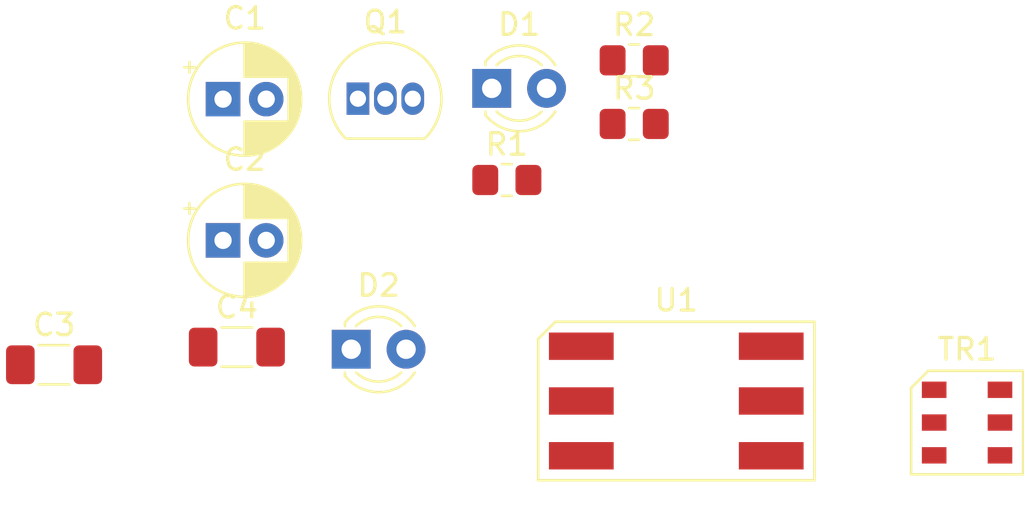
<source format=kicad_pcb>
(kicad_pcb (version 20171130) (host pcbnew 5.1.4+dfsg1-1~bpo10+1)

  (general
    (thickness 1.6)
    (drawings 0)
    (tracks 0)
    (zones 0)
    (modules 12)
    (nets 11)
  )

  (page A4)
  (layers
    (0 F.Cu signal)
    (31 B.Cu signal)
    (32 B.Adhes user)
    (33 F.Adhes user)
    (34 B.Paste user)
    (35 F.Paste user)
    (36 B.SilkS user)
    (37 F.SilkS user)
    (38 B.Mask user)
    (39 F.Mask user)
    (40 Dwgs.User user)
    (41 Cmts.User user)
    (42 Eco1.User user)
    (43 Eco2.User user)
    (44 Edge.Cuts user)
    (45 Margin user)
    (46 B.CrtYd user)
    (47 F.CrtYd user)
    (48 B.Fab user)
    (49 F.Fab user)
  )

  (setup
    (last_trace_width 0.25)
    (trace_clearance 0.2)
    (zone_clearance 0.508)
    (zone_45_only no)
    (trace_min 0.2)
    (via_size 0.8)
    (via_drill 0.4)
    (via_min_size 0.4)
    (via_min_drill 0.3)
    (uvia_size 0.3)
    (uvia_drill 0.1)
    (uvias_allowed no)
    (uvia_min_size 0.2)
    (uvia_min_drill 0.1)
    (edge_width 0.05)
    (segment_width 0.2)
    (pcb_text_width 0.3)
    (pcb_text_size 1.5 1.5)
    (mod_edge_width 0.12)
    (mod_text_size 1 1)
    (mod_text_width 0.15)
    (pad_size 1.524 1.524)
    (pad_drill 0.762)
    (pad_to_mask_clearance 0.051)
    (solder_mask_min_width 0.25)
    (aux_axis_origin 0 0)
    (visible_elements FFFFFF7F)
    (pcbplotparams
      (layerselection 0x010fc_ffffffff)
      (usegerberextensions false)
      (usegerberattributes false)
      (usegerberadvancedattributes false)
      (creategerberjobfile false)
      (excludeedgelayer true)
      (linewidth 0.100000)
      (plotframeref false)
      (viasonmask false)
      (mode 1)
      (useauxorigin false)
      (hpglpennumber 1)
      (hpglpenspeed 20)
      (hpglpendiameter 15.000000)
      (psnegative false)
      (psa4output false)
      (plotreference true)
      (plotvalue true)
      (plotinvisibletext false)
      (padsonsilk false)
      (subtractmaskfromsilk false)
      (outputformat 1)
      (mirror false)
      (drillshape 1)
      (scaleselection 1)
      (outputdirectory ""))
  )

  (net 0 "")
  (net 1 GND)
  (net 2 "Net-(C1-Pad1)")
  (net 3 "Net-(C2-Pad1)")
  (net 4 "Net-(D1-Pad1)")
  (net 5 "Net-(Q1-Pad1)")
  (net 6 "Net-(R2-Pad2)")
  (net 7 "Net-(R3-Pad2)")
  (net 8 "Net-(TR1-Pad4)")
  (net 9 "Net-(TR1-Pad5)")
  (net 10 "Net-(U1-Pad1)")

  (net_class Default "This is the default net class."
    (clearance 0.2)
    (trace_width 0.25)
    (via_dia 0.8)
    (via_drill 0.4)
    (uvia_dia 0.3)
    (uvia_drill 0.1)
    (add_net GND)
    (add_net "Net-(C1-Pad1)")
    (add_net "Net-(C2-Pad1)")
    (add_net "Net-(D1-Pad1)")
    (add_net "Net-(Q1-Pad1)")
    (add_net "Net-(R2-Pad2)")
    (add_net "Net-(R3-Pad2)")
    (add_net "Net-(TR1-Pad4)")
    (add_net "Net-(TR1-Pad5)")
    (add_net "Net-(U1-Pad1)")
  )

  (module saw-osc-622:VS-500 (layer F.Cu) (tedit 0) (tstamp 6053E5B1)
    (at 121 50 270)
    (path /6053A3CC)
    (attr smd)
    (fp_text reference U1 (at -4.675 0) (layer F.SilkS)
      (effects (font (size 1 1) (thickness 0.15)))
    )
    (fp_text value VS-500 (at 0 0 90) (layer F.Fab)
      (effects (font (size 1 1) (thickness 0.15)))
    )
    (fp_line (start -3.42 6.15) (end -3.42 -6.15) (layer F.CrtYd) (width 0.05))
    (fp_line (start 3.42 6.15) (end -3.42 6.15) (layer F.CrtYd) (width 0.05))
    (fp_line (start 3.42 -6.15) (end 3.42 6.15) (layer F.CrtYd) (width 0.05))
    (fp_line (start -3.42 -6.15) (end 3.42 -6.15) (layer F.CrtYd) (width 0.05))
    (fp_line (start 3.675 6.4) (end -2.875 6.4) (layer F.SilkS) (width 0.12))
    (fp_line (start 3.675 -6.4) (end 3.675 6.4) (layer F.SilkS) (width 0.12))
    (fp_line (start -3.675 -6.4) (end 3.675 -6.4) (layer F.SilkS) (width 0.12))
    (fp_line (start -3.675 5.6) (end -3.675 -6.4) (layer F.SilkS) (width 0.12))
    (fp_line (start -2.875 6.4) (end -3.675 5.6) (layer F.SilkS) (width 0.12))
    (pad 3 smd rect (at 2.54 4.4 270) (size 1.27 3) (layers F.Cu F.Paste F.Mask)
      (net 1 GND))
    (pad 4 smd rect (at 2.54 -4.4 270) (size 1.27 3) (layers F.Cu F.Paste F.Mask)
      (net 6 "Net-(R2-Pad2)"))
    (pad 2 smd rect (at 0 4.4 270) (size 1.27 3) (layers F.Cu F.Paste F.Mask)
      (net 3 "Net-(C2-Pad1)"))
    (pad 5 smd rect (at 0 -4.4 270) (size 1.27 3) (layers F.Cu F.Paste F.Mask)
      (net 7 "Net-(R3-Pad2)"))
    (pad 1 smd rect (at -2.54 4.4 270) (size 1.27 3) (layers F.Cu F.Paste F.Mask)
      (net 10 "Net-(U1-Pad1)"))
    (pad 6 smd rect (at -2.54 -4.4 270) (size 1.27 3) (layers F.Cu F.Paste F.Mask)
      (net 3 "Net-(C2-Pad1)"))
  )

  (module saw-osc-622:WBC1-1LB (layer F.Cu) (tedit 0) (tstamp 6053E59E)
    (at 134.475 51 270)
    (path /6053A793)
    (attr smd)
    (fp_text reference TR1 (at -3.4 0) (layer F.SilkS)
      (effects (font (size 1 1) (thickness 0.15)))
    )
    (fp_text value WBC1-1LB (at 0 0 90) (layer F.Fab)
      (effects (font (size 1 1) (thickness 0.15)))
    )
    (fp_line (start -2.15 2.34) (end -2.15 -2.34) (layer F.CrtYd) (width 0.05))
    (fp_line (start 2.15 2.34) (end -2.15 2.34) (layer F.CrtYd) (width 0.05))
    (fp_line (start 2.15 -2.34) (end 2.15 2.34) (layer F.CrtYd) (width 0.05))
    (fp_line (start -2.15 -2.34) (end 2.15 -2.34) (layer F.CrtYd) (width 0.05))
    (fp_line (start 2.4 2.595) (end -1.6 2.595) (layer F.SilkS) (width 0.12))
    (fp_line (start 2.4 -2.595) (end 2.4 2.595) (layer F.SilkS) (width 0.12))
    (fp_line (start -2.4 -2.595) (end 2.4 -2.595) (layer F.SilkS) (width 0.12))
    (fp_line (start -2.4 1.795) (end -2.4 -2.595) (layer F.SilkS) (width 0.12))
    (fp_line (start -1.6 2.595) (end -2.4 1.795) (layer F.SilkS) (width 0.12))
    (pad 3 smd rect (at 1.52 1.525 270) (size 0.76 1.14) (layers F.Cu F.Paste F.Mask)
      (net 7 "Net-(R3-Pad2)"))
    (pad 4 smd rect (at 1.52 -1.525 270) (size 0.76 1.14) (layers F.Cu F.Paste F.Mask)
      (net 8 "Net-(TR1-Pad4)"))
    (pad 2 smd rect (at 0 1.525 270) (size 0.76 1.14) (layers F.Cu F.Paste F.Mask)
      (net 1 GND))
    (pad 5 smd rect (at 0 -1.525 270) (size 0.76 1.14) (layers F.Cu F.Paste F.Mask)
      (net 9 "Net-(TR1-Pad5)"))
    (pad 1 smd rect (at -1.52 1.525 270) (size 0.76 1.14) (layers F.Cu F.Paste F.Mask)
      (net 6 "Net-(R2-Pad2)"))
    (pad 6 smd rect (at -1.52 -1.525 270) (size 0.76 1.14) (layers F.Cu F.Paste F.Mask)
      (net 1 GND))
  )

  (module Resistor_SMD:R_0805_2012Metric_Pad1.20x1.40mm_HandSolder (layer F.Cu) (tedit 5F68FEEE) (tstamp 6053E58B)
    (at 119.050225 37.15)
    (descr "Resistor SMD 0805 (2012 Metric), square (rectangular) end terminal, IPC_7351 nominal with elongated pad for handsoldering. (Body size source: IPC-SM-782 page 72, https://www.pcb-3d.com/wordpress/wp-content/uploads/ipc-sm-782a_amendment_1_and_2.pdf), generated with kicad-footprint-generator")
    (tags "resistor handsolder")
    (path /6053B879)
    (attr smd)
    (fp_text reference R3 (at 0 -1.65) (layer F.SilkS)
      (effects (font (size 1 1) (thickness 0.15)))
    )
    (fp_text value R (at 0 1.65) (layer F.Fab)
      (effects (font (size 1 1) (thickness 0.15)))
    )
    (fp_text user %R (at 0 0) (layer F.Fab)
      (effects (font (size 0.5 0.5) (thickness 0.08)))
    )
    (fp_line (start 1.85 0.95) (end -1.85 0.95) (layer F.CrtYd) (width 0.05))
    (fp_line (start 1.85 -0.95) (end 1.85 0.95) (layer F.CrtYd) (width 0.05))
    (fp_line (start -1.85 -0.95) (end 1.85 -0.95) (layer F.CrtYd) (width 0.05))
    (fp_line (start -1.85 0.95) (end -1.85 -0.95) (layer F.CrtYd) (width 0.05))
    (fp_line (start -0.227064 0.735) (end 0.227064 0.735) (layer F.SilkS) (width 0.12))
    (fp_line (start -0.227064 -0.735) (end 0.227064 -0.735) (layer F.SilkS) (width 0.12))
    (fp_line (start 1 0.625) (end -1 0.625) (layer F.Fab) (width 0.1))
    (fp_line (start 1 -0.625) (end 1 0.625) (layer F.Fab) (width 0.1))
    (fp_line (start -1 -0.625) (end 1 -0.625) (layer F.Fab) (width 0.1))
    (fp_line (start -1 0.625) (end -1 -0.625) (layer F.Fab) (width 0.1))
    (pad 2 smd roundrect (at 1 0) (size 1.2 1.4) (layers F.Cu F.Paste F.Mask) (roundrect_rratio 0.208333)
      (net 7 "Net-(R3-Pad2)"))
    (pad 1 smd roundrect (at -1 0) (size 1.2 1.4) (layers F.Cu F.Paste F.Mask) (roundrect_rratio 0.208333)
      (net 1 GND))
    (model ${KISYS3DMOD}/Resistor_SMD.3dshapes/R_0805_2012Metric.wrl
      (at (xyz 0 0 0))
      (scale (xyz 1 1 1))
      (rotate (xyz 0 0 0))
    )
  )

  (module Resistor_SMD:R_0805_2012Metric_Pad1.20x1.40mm_HandSolder (layer F.Cu) (tedit 5F68FEEE) (tstamp 6053E57A)
    (at 119.050225 34.2)
    (descr "Resistor SMD 0805 (2012 Metric), square (rectangular) end terminal, IPC_7351 nominal with elongated pad for handsoldering. (Body size source: IPC-SM-782 page 72, https://www.pcb-3d.com/wordpress/wp-content/uploads/ipc-sm-782a_amendment_1_and_2.pdf), generated with kicad-footprint-generator")
    (tags "resistor handsolder")
    (path /6053B1AF)
    (attr smd)
    (fp_text reference R2 (at 0 -1.65) (layer F.SilkS)
      (effects (font (size 1 1) (thickness 0.15)))
    )
    (fp_text value R (at 0 1.65) (layer F.Fab)
      (effects (font (size 1 1) (thickness 0.15)))
    )
    (fp_text user %R (at 0 0) (layer F.Fab)
      (effects (font (size 0.5 0.5) (thickness 0.08)))
    )
    (fp_line (start 1.85 0.95) (end -1.85 0.95) (layer F.CrtYd) (width 0.05))
    (fp_line (start 1.85 -0.95) (end 1.85 0.95) (layer F.CrtYd) (width 0.05))
    (fp_line (start -1.85 -0.95) (end 1.85 -0.95) (layer F.CrtYd) (width 0.05))
    (fp_line (start -1.85 0.95) (end -1.85 -0.95) (layer F.CrtYd) (width 0.05))
    (fp_line (start -0.227064 0.735) (end 0.227064 0.735) (layer F.SilkS) (width 0.12))
    (fp_line (start -0.227064 -0.735) (end 0.227064 -0.735) (layer F.SilkS) (width 0.12))
    (fp_line (start 1 0.625) (end -1 0.625) (layer F.Fab) (width 0.1))
    (fp_line (start 1 -0.625) (end 1 0.625) (layer F.Fab) (width 0.1))
    (fp_line (start -1 -0.625) (end 1 -0.625) (layer F.Fab) (width 0.1))
    (fp_line (start -1 0.625) (end -1 -0.625) (layer F.Fab) (width 0.1))
    (pad 2 smd roundrect (at 1 0) (size 1.2 1.4) (layers F.Cu F.Paste F.Mask) (roundrect_rratio 0.208333)
      (net 6 "Net-(R2-Pad2)"))
    (pad 1 smd roundrect (at -1 0) (size 1.2 1.4) (layers F.Cu F.Paste F.Mask) (roundrect_rratio 0.208333)
      (net 1 GND))
    (model ${KISYS3DMOD}/Resistor_SMD.3dshapes/R_0805_2012Metric.wrl
      (at (xyz 0 0 0))
      (scale (xyz 1 1 1))
      (rotate (xyz 0 0 0))
    )
  )

  (module Resistor_SMD:R_0805_2012Metric_Pad1.20x1.40mm_HandSolder (layer F.Cu) (tedit 5F68FEEE) (tstamp 6053E569)
    (at 113.150225 39.75)
    (descr "Resistor SMD 0805 (2012 Metric), square (rectangular) end terminal, IPC_7351 nominal with elongated pad for handsoldering. (Body size source: IPC-SM-782 page 72, https://www.pcb-3d.com/wordpress/wp-content/uploads/ipc-sm-782a_amendment_1_and_2.pdf), generated with kicad-footprint-generator")
    (tags "resistor handsolder")
    (path /6053BBCF)
    (attr smd)
    (fp_text reference R1 (at 0 -1.65) (layer F.SilkS)
      (effects (font (size 1 1) (thickness 0.15)))
    )
    (fp_text value R (at 0 1.65) (layer F.Fab)
      (effects (font (size 1 1) (thickness 0.15)))
    )
    (fp_text user %R (at 0 0) (layer F.Fab)
      (effects (font (size 0.5 0.5) (thickness 0.08)))
    )
    (fp_line (start 1.85 0.95) (end -1.85 0.95) (layer F.CrtYd) (width 0.05))
    (fp_line (start 1.85 -0.95) (end 1.85 0.95) (layer F.CrtYd) (width 0.05))
    (fp_line (start -1.85 -0.95) (end 1.85 -0.95) (layer F.CrtYd) (width 0.05))
    (fp_line (start -1.85 0.95) (end -1.85 -0.95) (layer F.CrtYd) (width 0.05))
    (fp_line (start -0.227064 0.735) (end 0.227064 0.735) (layer F.SilkS) (width 0.12))
    (fp_line (start -0.227064 -0.735) (end 0.227064 -0.735) (layer F.SilkS) (width 0.12))
    (fp_line (start 1 0.625) (end -1 0.625) (layer F.Fab) (width 0.1))
    (fp_line (start 1 -0.625) (end 1 0.625) (layer F.Fab) (width 0.1))
    (fp_line (start -1 -0.625) (end 1 -0.625) (layer F.Fab) (width 0.1))
    (fp_line (start -1 0.625) (end -1 -0.625) (layer F.Fab) (width 0.1))
    (pad 2 smd roundrect (at 1 0) (size 1.2 1.4) (layers F.Cu F.Paste F.Mask) (roundrect_rratio 0.208333)
      (net 5 "Net-(Q1-Pad1)"))
    (pad 1 smd roundrect (at -1 0) (size 1.2 1.4) (layers F.Cu F.Paste F.Mask) (roundrect_rratio 0.208333)
      (net 2 "Net-(C1-Pad1)"))
    (model ${KISYS3DMOD}/Resistor_SMD.3dshapes/R_0805_2012Metric.wrl
      (at (xyz 0 0 0))
      (scale (xyz 1 1 1))
      (rotate (xyz 0 0 0))
    )
  )

  (module Package_TO_SOT_THT:TO-92_Inline (layer F.Cu) (tedit 5A1DD157) (tstamp 6053E558)
    (at 106.250225 35.98)
    (descr "TO-92 leads in-line, narrow, oval pads, drill 0.75mm (see NXP sot054_po.pdf)")
    (tags "to-92 sc-43 sc-43a sot54 PA33 transistor")
    (path /6054104C)
    (fp_text reference Q1 (at 1.27 -3.56) (layer F.SilkS)
      (effects (font (size 1 1) (thickness 0.15)))
    )
    (fp_text value BC548 (at 1.27 2.79) (layer F.Fab)
      (effects (font (size 1 1) (thickness 0.15)))
    )
    (fp_arc (start 1.27 0) (end 1.27 -2.6) (angle 135) (layer F.SilkS) (width 0.12))
    (fp_arc (start 1.27 0) (end 1.27 -2.48) (angle -135) (layer F.Fab) (width 0.1))
    (fp_arc (start 1.27 0) (end 1.27 -2.6) (angle -135) (layer F.SilkS) (width 0.12))
    (fp_arc (start 1.27 0) (end 1.27 -2.48) (angle 135) (layer F.Fab) (width 0.1))
    (fp_line (start 4 2.01) (end -1.46 2.01) (layer F.CrtYd) (width 0.05))
    (fp_line (start 4 2.01) (end 4 -2.73) (layer F.CrtYd) (width 0.05))
    (fp_line (start -1.46 -2.73) (end -1.46 2.01) (layer F.CrtYd) (width 0.05))
    (fp_line (start -1.46 -2.73) (end 4 -2.73) (layer F.CrtYd) (width 0.05))
    (fp_line (start -0.5 1.75) (end 3 1.75) (layer F.Fab) (width 0.1))
    (fp_line (start -0.53 1.85) (end 3.07 1.85) (layer F.SilkS) (width 0.12))
    (fp_text user %R (at 1.27 0) (layer F.Fab)
      (effects (font (size 1 1) (thickness 0.15)))
    )
    (pad 1 thru_hole rect (at 0 0) (size 1.05 1.5) (drill 0.75) (layers *.Cu *.Mask)
      (net 5 "Net-(Q1-Pad1)"))
    (pad 3 thru_hole oval (at 2.54 0) (size 1.05 1.5) (drill 0.75) (layers *.Cu *.Mask)
      (net 3 "Net-(C2-Pad1)"))
    (pad 2 thru_hole oval (at 1.27 0) (size 1.05 1.5) (drill 0.75) (layers *.Cu *.Mask)
      (net 2 "Net-(C1-Pad1)"))
    (model ${KISYS3DMOD}/Package_TO_SOT_THT.3dshapes/TO-92_Inline.wrl
      (at (xyz 0 0 0))
      (scale (xyz 1 1 1))
      (rotate (xyz 0 0 0))
    )
  )

  (module LED_THT:LED_D3.0mm (layer F.Cu) (tedit 587A3A7B) (tstamp 6053E546)
    (at 105.940225 47.6)
    (descr "LED, diameter 3.0mm, 2 pins")
    (tags "LED diameter 3.0mm 2 pins")
    (path /60541A4F)
    (fp_text reference D2 (at 1.27 -2.96) (layer F.SilkS)
      (effects (font (size 1 1) (thickness 0.15)))
    )
    (fp_text value LED (at 1.27 2.96) (layer F.Fab)
      (effects (font (size 1 1) (thickness 0.15)))
    )
    (fp_line (start 3.7 -2.25) (end -1.15 -2.25) (layer F.CrtYd) (width 0.05))
    (fp_line (start 3.7 2.25) (end 3.7 -2.25) (layer F.CrtYd) (width 0.05))
    (fp_line (start -1.15 2.25) (end 3.7 2.25) (layer F.CrtYd) (width 0.05))
    (fp_line (start -1.15 -2.25) (end -1.15 2.25) (layer F.CrtYd) (width 0.05))
    (fp_line (start -0.29 1.08) (end -0.29 1.236) (layer F.SilkS) (width 0.12))
    (fp_line (start -0.29 -1.236) (end -0.29 -1.08) (layer F.SilkS) (width 0.12))
    (fp_line (start -0.23 -1.16619) (end -0.23 1.16619) (layer F.Fab) (width 0.1))
    (fp_circle (center 1.27 0) (end 2.77 0) (layer F.Fab) (width 0.1))
    (fp_arc (start 1.27 0) (end 0.229039 1.08) (angle -87.9) (layer F.SilkS) (width 0.12))
    (fp_arc (start 1.27 0) (end 0.229039 -1.08) (angle 87.9) (layer F.SilkS) (width 0.12))
    (fp_arc (start 1.27 0) (end -0.29 1.235516) (angle -108.8) (layer F.SilkS) (width 0.12))
    (fp_arc (start 1.27 0) (end -0.29 -1.235516) (angle 108.8) (layer F.SilkS) (width 0.12))
    (fp_arc (start 1.27 0) (end -0.23 -1.16619) (angle 284.3) (layer F.Fab) (width 0.1))
    (pad 2 thru_hole circle (at 2.54 0) (size 1.8 1.8) (drill 0.9) (layers *.Cu *.Mask)
      (net 4 "Net-(D1-Pad1)"))
    (pad 1 thru_hole rect (at 0 0) (size 1.8 1.8) (drill 0.9) (layers *.Cu *.Mask)
      (net 1 GND))
    (model ${KISYS3DMOD}/LED_THT.3dshapes/LED_D3.0mm.wrl
      (at (xyz 0 0 0))
      (scale (xyz 1 1 1))
      (rotate (xyz 0 0 0))
    )
  )

  (module LED_THT:LED_D3.0mm (layer F.Cu) (tedit 587A3A7B) (tstamp 6053E533)
    (at 112.450225 35.5)
    (descr "LED, diameter 3.0mm, 2 pins")
    (tags "LED diameter 3.0mm 2 pins")
    (path /6054207D)
    (fp_text reference D1 (at 1.27 -2.96) (layer F.SilkS)
      (effects (font (size 1 1) (thickness 0.15)))
    )
    (fp_text value LED (at 1.27 2.96) (layer F.Fab)
      (effects (font (size 1 1) (thickness 0.15)))
    )
    (fp_line (start 3.7 -2.25) (end -1.15 -2.25) (layer F.CrtYd) (width 0.05))
    (fp_line (start 3.7 2.25) (end 3.7 -2.25) (layer F.CrtYd) (width 0.05))
    (fp_line (start -1.15 2.25) (end 3.7 2.25) (layer F.CrtYd) (width 0.05))
    (fp_line (start -1.15 -2.25) (end -1.15 2.25) (layer F.CrtYd) (width 0.05))
    (fp_line (start -0.29 1.08) (end -0.29 1.236) (layer F.SilkS) (width 0.12))
    (fp_line (start -0.29 -1.236) (end -0.29 -1.08) (layer F.SilkS) (width 0.12))
    (fp_line (start -0.23 -1.16619) (end -0.23 1.16619) (layer F.Fab) (width 0.1))
    (fp_circle (center 1.27 0) (end 2.77 0) (layer F.Fab) (width 0.1))
    (fp_arc (start 1.27 0) (end 0.229039 1.08) (angle -87.9) (layer F.SilkS) (width 0.12))
    (fp_arc (start 1.27 0) (end 0.229039 -1.08) (angle 87.9) (layer F.SilkS) (width 0.12))
    (fp_arc (start 1.27 0) (end -0.29 1.235516) (angle -108.8) (layer F.SilkS) (width 0.12))
    (fp_arc (start 1.27 0) (end -0.29 -1.235516) (angle 108.8) (layer F.SilkS) (width 0.12))
    (fp_arc (start 1.27 0) (end -0.23 -1.16619) (angle 284.3) (layer F.Fab) (width 0.1))
    (pad 2 thru_hole circle (at 2.54 0) (size 1.8 1.8) (drill 0.9) (layers *.Cu *.Mask)
      (net 2 "Net-(C1-Pad1)"))
    (pad 1 thru_hole rect (at 0 0) (size 1.8 1.8) (drill 0.9) (layers *.Cu *.Mask)
      (net 4 "Net-(D1-Pad1)"))
    (model ${KISYS3DMOD}/LED_THT.3dshapes/LED_D3.0mm.wrl
      (at (xyz 0 0 0))
      (scale (xyz 1 1 1))
      (rotate (xyz 0 0 0))
    )
  )

  (module Capacitor_SMD:C_1206_3216Metric_Pad1.33x1.80mm_HandSolder (layer F.Cu) (tedit 5F68FEEF) (tstamp 6053E520)
    (at 100.640225 47.5)
    (descr "Capacitor SMD 1206 (3216 Metric), square (rectangular) end terminal, IPC_7351 nominal with elongated pad for handsoldering. (Body size source: IPC-SM-782 page 76, https://www.pcb-3d.com/wordpress/wp-content/uploads/ipc-sm-782a_amendment_1_and_2.pdf), generated with kicad-footprint-generator")
    (tags "capacitor handsolder")
    (path /6053CCDB)
    (attr smd)
    (fp_text reference C4 (at 0 -1.85) (layer F.SilkS)
      (effects (font (size 1 1) (thickness 0.15)))
    )
    (fp_text value C (at 0 1.85) (layer F.Fab)
      (effects (font (size 1 1) (thickness 0.15)))
    )
    (fp_text user %R (at 0 0) (layer F.Fab)
      (effects (font (size 0.8 0.8) (thickness 0.12)))
    )
    (fp_line (start 2.48 1.15) (end -2.48 1.15) (layer F.CrtYd) (width 0.05))
    (fp_line (start 2.48 -1.15) (end 2.48 1.15) (layer F.CrtYd) (width 0.05))
    (fp_line (start -2.48 -1.15) (end 2.48 -1.15) (layer F.CrtYd) (width 0.05))
    (fp_line (start -2.48 1.15) (end -2.48 -1.15) (layer F.CrtYd) (width 0.05))
    (fp_line (start -0.711252 0.91) (end 0.711252 0.91) (layer F.SilkS) (width 0.12))
    (fp_line (start -0.711252 -0.91) (end 0.711252 -0.91) (layer F.SilkS) (width 0.12))
    (fp_line (start 1.6 0.8) (end -1.6 0.8) (layer F.Fab) (width 0.1))
    (fp_line (start 1.6 -0.8) (end 1.6 0.8) (layer F.Fab) (width 0.1))
    (fp_line (start -1.6 -0.8) (end 1.6 -0.8) (layer F.Fab) (width 0.1))
    (fp_line (start -1.6 0.8) (end -1.6 -0.8) (layer F.Fab) (width 0.1))
    (pad 2 smd roundrect (at 1.5625 0) (size 1.325 1.8) (layers F.Cu F.Paste F.Mask) (roundrect_rratio 0.188679)
      (net 3 "Net-(C2-Pad1)"))
    (pad 1 smd roundrect (at -1.5625 0) (size 1.325 1.8) (layers F.Cu F.Paste F.Mask) (roundrect_rratio 0.188679)
      (net 1 GND))
    (model ${KISYS3DMOD}/Capacitor_SMD.3dshapes/C_1206_3216Metric.wrl
      (at (xyz 0 0 0))
      (scale (xyz 1 1 1))
      (rotate (xyz 0 0 0))
    )
  )

  (module Capacitor_SMD:C_1206_3216Metric_Pad1.33x1.80mm_HandSolder (layer F.Cu) (tedit 5F68FEEF) (tstamp 6053E50F)
    (at 92.170225 48.32)
    (descr "Capacitor SMD 1206 (3216 Metric), square (rectangular) end terminal, IPC_7351 nominal with elongated pad for handsoldering. (Body size source: IPC-SM-782 page 76, https://www.pcb-3d.com/wordpress/wp-content/uploads/ipc-sm-782a_amendment_1_and_2.pdf), generated with kicad-footprint-generator")
    (tags "capacitor handsolder")
    (path /6053C0E6)
    (attr smd)
    (fp_text reference C3 (at 0 -1.85) (layer F.SilkS)
      (effects (font (size 1 1) (thickness 0.15)))
    )
    (fp_text value C (at 0 1.85) (layer F.Fab)
      (effects (font (size 1 1) (thickness 0.15)))
    )
    (fp_text user %R (at 0 0) (layer F.Fab)
      (effects (font (size 0.8 0.8) (thickness 0.12)))
    )
    (fp_line (start 2.48 1.15) (end -2.48 1.15) (layer F.CrtYd) (width 0.05))
    (fp_line (start 2.48 -1.15) (end 2.48 1.15) (layer F.CrtYd) (width 0.05))
    (fp_line (start -2.48 -1.15) (end 2.48 -1.15) (layer F.CrtYd) (width 0.05))
    (fp_line (start -2.48 1.15) (end -2.48 -1.15) (layer F.CrtYd) (width 0.05))
    (fp_line (start -0.711252 0.91) (end 0.711252 0.91) (layer F.SilkS) (width 0.12))
    (fp_line (start -0.711252 -0.91) (end 0.711252 -0.91) (layer F.SilkS) (width 0.12))
    (fp_line (start 1.6 0.8) (end -1.6 0.8) (layer F.Fab) (width 0.1))
    (fp_line (start 1.6 -0.8) (end 1.6 0.8) (layer F.Fab) (width 0.1))
    (fp_line (start -1.6 -0.8) (end 1.6 -0.8) (layer F.Fab) (width 0.1))
    (fp_line (start -1.6 0.8) (end -1.6 -0.8) (layer F.Fab) (width 0.1))
    (pad 2 smd roundrect (at 1.5625 0) (size 1.325 1.8) (layers F.Cu F.Paste F.Mask) (roundrect_rratio 0.188679)
      (net 3 "Net-(C2-Pad1)"))
    (pad 1 smd roundrect (at -1.5625 0) (size 1.325 1.8) (layers F.Cu F.Paste F.Mask) (roundrect_rratio 0.188679)
      (net 1 GND))
    (model ${KISYS3DMOD}/Capacitor_SMD.3dshapes/C_1206_3216Metric.wrl
      (at (xyz 0 0 0))
      (scale (xyz 1 1 1))
      (rotate (xyz 0 0 0))
    )
  )

  (module Capacitor_THT:CP_Radial_D5.0mm_P2.00mm (layer F.Cu) (tedit 5AE50EF0) (tstamp 6053E4FE)
    (at 100 42.55)
    (descr "CP, Radial series, Radial, pin pitch=2.00mm, , diameter=5mm, Electrolytic Capacitor")
    (tags "CP Radial series Radial pin pitch 2.00mm  diameter 5mm Electrolytic Capacitor")
    (path /6054289D)
    (fp_text reference C2 (at 1 -3.75) (layer F.SilkS)
      (effects (font (size 1 1) (thickness 0.15)))
    )
    (fp_text value CP (at 1 3.75) (layer F.Fab)
      (effects (font (size 1 1) (thickness 0.15)))
    )
    (fp_text user %R (at 1 0) (layer F.Fab)
      (effects (font (size 1 1) (thickness 0.15)))
    )
    (fp_line (start -1.554775 -1.725) (end -1.554775 -1.225) (layer F.SilkS) (width 0.12))
    (fp_line (start -1.804775 -1.475) (end -1.304775 -1.475) (layer F.SilkS) (width 0.12))
    (fp_line (start 3.601 -0.284) (end 3.601 0.284) (layer F.SilkS) (width 0.12))
    (fp_line (start 3.561 -0.518) (end 3.561 0.518) (layer F.SilkS) (width 0.12))
    (fp_line (start 3.521 -0.677) (end 3.521 0.677) (layer F.SilkS) (width 0.12))
    (fp_line (start 3.481 -0.805) (end 3.481 0.805) (layer F.SilkS) (width 0.12))
    (fp_line (start 3.441 -0.915) (end 3.441 0.915) (layer F.SilkS) (width 0.12))
    (fp_line (start 3.401 -1.011) (end 3.401 1.011) (layer F.SilkS) (width 0.12))
    (fp_line (start 3.361 -1.098) (end 3.361 1.098) (layer F.SilkS) (width 0.12))
    (fp_line (start 3.321 -1.178) (end 3.321 1.178) (layer F.SilkS) (width 0.12))
    (fp_line (start 3.281 -1.251) (end 3.281 1.251) (layer F.SilkS) (width 0.12))
    (fp_line (start 3.241 -1.319) (end 3.241 1.319) (layer F.SilkS) (width 0.12))
    (fp_line (start 3.201 -1.383) (end 3.201 1.383) (layer F.SilkS) (width 0.12))
    (fp_line (start 3.161 -1.443) (end 3.161 1.443) (layer F.SilkS) (width 0.12))
    (fp_line (start 3.121 -1.5) (end 3.121 1.5) (layer F.SilkS) (width 0.12))
    (fp_line (start 3.081 -1.554) (end 3.081 1.554) (layer F.SilkS) (width 0.12))
    (fp_line (start 3.041 -1.605) (end 3.041 1.605) (layer F.SilkS) (width 0.12))
    (fp_line (start 3.001 1.04) (end 3.001 1.653) (layer F.SilkS) (width 0.12))
    (fp_line (start 3.001 -1.653) (end 3.001 -1.04) (layer F.SilkS) (width 0.12))
    (fp_line (start 2.961 1.04) (end 2.961 1.699) (layer F.SilkS) (width 0.12))
    (fp_line (start 2.961 -1.699) (end 2.961 -1.04) (layer F.SilkS) (width 0.12))
    (fp_line (start 2.921 1.04) (end 2.921 1.743) (layer F.SilkS) (width 0.12))
    (fp_line (start 2.921 -1.743) (end 2.921 -1.04) (layer F.SilkS) (width 0.12))
    (fp_line (start 2.881 1.04) (end 2.881 1.785) (layer F.SilkS) (width 0.12))
    (fp_line (start 2.881 -1.785) (end 2.881 -1.04) (layer F.SilkS) (width 0.12))
    (fp_line (start 2.841 1.04) (end 2.841 1.826) (layer F.SilkS) (width 0.12))
    (fp_line (start 2.841 -1.826) (end 2.841 -1.04) (layer F.SilkS) (width 0.12))
    (fp_line (start 2.801 1.04) (end 2.801 1.864) (layer F.SilkS) (width 0.12))
    (fp_line (start 2.801 -1.864) (end 2.801 -1.04) (layer F.SilkS) (width 0.12))
    (fp_line (start 2.761 1.04) (end 2.761 1.901) (layer F.SilkS) (width 0.12))
    (fp_line (start 2.761 -1.901) (end 2.761 -1.04) (layer F.SilkS) (width 0.12))
    (fp_line (start 2.721 1.04) (end 2.721 1.937) (layer F.SilkS) (width 0.12))
    (fp_line (start 2.721 -1.937) (end 2.721 -1.04) (layer F.SilkS) (width 0.12))
    (fp_line (start 2.681 1.04) (end 2.681 1.971) (layer F.SilkS) (width 0.12))
    (fp_line (start 2.681 -1.971) (end 2.681 -1.04) (layer F.SilkS) (width 0.12))
    (fp_line (start 2.641 1.04) (end 2.641 2.004) (layer F.SilkS) (width 0.12))
    (fp_line (start 2.641 -2.004) (end 2.641 -1.04) (layer F.SilkS) (width 0.12))
    (fp_line (start 2.601 1.04) (end 2.601 2.035) (layer F.SilkS) (width 0.12))
    (fp_line (start 2.601 -2.035) (end 2.601 -1.04) (layer F.SilkS) (width 0.12))
    (fp_line (start 2.561 1.04) (end 2.561 2.065) (layer F.SilkS) (width 0.12))
    (fp_line (start 2.561 -2.065) (end 2.561 -1.04) (layer F.SilkS) (width 0.12))
    (fp_line (start 2.521 1.04) (end 2.521 2.095) (layer F.SilkS) (width 0.12))
    (fp_line (start 2.521 -2.095) (end 2.521 -1.04) (layer F.SilkS) (width 0.12))
    (fp_line (start 2.481 1.04) (end 2.481 2.122) (layer F.SilkS) (width 0.12))
    (fp_line (start 2.481 -2.122) (end 2.481 -1.04) (layer F.SilkS) (width 0.12))
    (fp_line (start 2.441 1.04) (end 2.441 2.149) (layer F.SilkS) (width 0.12))
    (fp_line (start 2.441 -2.149) (end 2.441 -1.04) (layer F.SilkS) (width 0.12))
    (fp_line (start 2.401 1.04) (end 2.401 2.175) (layer F.SilkS) (width 0.12))
    (fp_line (start 2.401 -2.175) (end 2.401 -1.04) (layer F.SilkS) (width 0.12))
    (fp_line (start 2.361 1.04) (end 2.361 2.2) (layer F.SilkS) (width 0.12))
    (fp_line (start 2.361 -2.2) (end 2.361 -1.04) (layer F.SilkS) (width 0.12))
    (fp_line (start 2.321 1.04) (end 2.321 2.224) (layer F.SilkS) (width 0.12))
    (fp_line (start 2.321 -2.224) (end 2.321 -1.04) (layer F.SilkS) (width 0.12))
    (fp_line (start 2.281 1.04) (end 2.281 2.247) (layer F.SilkS) (width 0.12))
    (fp_line (start 2.281 -2.247) (end 2.281 -1.04) (layer F.SilkS) (width 0.12))
    (fp_line (start 2.241 1.04) (end 2.241 2.268) (layer F.SilkS) (width 0.12))
    (fp_line (start 2.241 -2.268) (end 2.241 -1.04) (layer F.SilkS) (width 0.12))
    (fp_line (start 2.201 1.04) (end 2.201 2.29) (layer F.SilkS) (width 0.12))
    (fp_line (start 2.201 -2.29) (end 2.201 -1.04) (layer F.SilkS) (width 0.12))
    (fp_line (start 2.161 1.04) (end 2.161 2.31) (layer F.SilkS) (width 0.12))
    (fp_line (start 2.161 -2.31) (end 2.161 -1.04) (layer F.SilkS) (width 0.12))
    (fp_line (start 2.121 1.04) (end 2.121 2.329) (layer F.SilkS) (width 0.12))
    (fp_line (start 2.121 -2.329) (end 2.121 -1.04) (layer F.SilkS) (width 0.12))
    (fp_line (start 2.081 1.04) (end 2.081 2.348) (layer F.SilkS) (width 0.12))
    (fp_line (start 2.081 -2.348) (end 2.081 -1.04) (layer F.SilkS) (width 0.12))
    (fp_line (start 2.041 1.04) (end 2.041 2.365) (layer F.SilkS) (width 0.12))
    (fp_line (start 2.041 -2.365) (end 2.041 -1.04) (layer F.SilkS) (width 0.12))
    (fp_line (start 2.001 1.04) (end 2.001 2.382) (layer F.SilkS) (width 0.12))
    (fp_line (start 2.001 -2.382) (end 2.001 -1.04) (layer F.SilkS) (width 0.12))
    (fp_line (start 1.961 1.04) (end 1.961 2.398) (layer F.SilkS) (width 0.12))
    (fp_line (start 1.961 -2.398) (end 1.961 -1.04) (layer F.SilkS) (width 0.12))
    (fp_line (start 1.921 1.04) (end 1.921 2.414) (layer F.SilkS) (width 0.12))
    (fp_line (start 1.921 -2.414) (end 1.921 -1.04) (layer F.SilkS) (width 0.12))
    (fp_line (start 1.881 1.04) (end 1.881 2.428) (layer F.SilkS) (width 0.12))
    (fp_line (start 1.881 -2.428) (end 1.881 -1.04) (layer F.SilkS) (width 0.12))
    (fp_line (start 1.841 1.04) (end 1.841 2.442) (layer F.SilkS) (width 0.12))
    (fp_line (start 1.841 -2.442) (end 1.841 -1.04) (layer F.SilkS) (width 0.12))
    (fp_line (start 1.801 1.04) (end 1.801 2.455) (layer F.SilkS) (width 0.12))
    (fp_line (start 1.801 -2.455) (end 1.801 -1.04) (layer F.SilkS) (width 0.12))
    (fp_line (start 1.761 1.04) (end 1.761 2.468) (layer F.SilkS) (width 0.12))
    (fp_line (start 1.761 -2.468) (end 1.761 -1.04) (layer F.SilkS) (width 0.12))
    (fp_line (start 1.721 1.04) (end 1.721 2.48) (layer F.SilkS) (width 0.12))
    (fp_line (start 1.721 -2.48) (end 1.721 -1.04) (layer F.SilkS) (width 0.12))
    (fp_line (start 1.68 1.04) (end 1.68 2.491) (layer F.SilkS) (width 0.12))
    (fp_line (start 1.68 -2.491) (end 1.68 -1.04) (layer F.SilkS) (width 0.12))
    (fp_line (start 1.64 1.04) (end 1.64 2.501) (layer F.SilkS) (width 0.12))
    (fp_line (start 1.64 -2.501) (end 1.64 -1.04) (layer F.SilkS) (width 0.12))
    (fp_line (start 1.6 1.04) (end 1.6 2.511) (layer F.SilkS) (width 0.12))
    (fp_line (start 1.6 -2.511) (end 1.6 -1.04) (layer F.SilkS) (width 0.12))
    (fp_line (start 1.56 1.04) (end 1.56 2.52) (layer F.SilkS) (width 0.12))
    (fp_line (start 1.56 -2.52) (end 1.56 -1.04) (layer F.SilkS) (width 0.12))
    (fp_line (start 1.52 1.04) (end 1.52 2.528) (layer F.SilkS) (width 0.12))
    (fp_line (start 1.52 -2.528) (end 1.52 -1.04) (layer F.SilkS) (width 0.12))
    (fp_line (start 1.48 1.04) (end 1.48 2.536) (layer F.SilkS) (width 0.12))
    (fp_line (start 1.48 -2.536) (end 1.48 -1.04) (layer F.SilkS) (width 0.12))
    (fp_line (start 1.44 1.04) (end 1.44 2.543) (layer F.SilkS) (width 0.12))
    (fp_line (start 1.44 -2.543) (end 1.44 -1.04) (layer F.SilkS) (width 0.12))
    (fp_line (start 1.4 1.04) (end 1.4 2.55) (layer F.SilkS) (width 0.12))
    (fp_line (start 1.4 -2.55) (end 1.4 -1.04) (layer F.SilkS) (width 0.12))
    (fp_line (start 1.36 1.04) (end 1.36 2.556) (layer F.SilkS) (width 0.12))
    (fp_line (start 1.36 -2.556) (end 1.36 -1.04) (layer F.SilkS) (width 0.12))
    (fp_line (start 1.32 1.04) (end 1.32 2.561) (layer F.SilkS) (width 0.12))
    (fp_line (start 1.32 -2.561) (end 1.32 -1.04) (layer F.SilkS) (width 0.12))
    (fp_line (start 1.28 1.04) (end 1.28 2.565) (layer F.SilkS) (width 0.12))
    (fp_line (start 1.28 -2.565) (end 1.28 -1.04) (layer F.SilkS) (width 0.12))
    (fp_line (start 1.24 1.04) (end 1.24 2.569) (layer F.SilkS) (width 0.12))
    (fp_line (start 1.24 -2.569) (end 1.24 -1.04) (layer F.SilkS) (width 0.12))
    (fp_line (start 1.2 1.04) (end 1.2 2.573) (layer F.SilkS) (width 0.12))
    (fp_line (start 1.2 -2.573) (end 1.2 -1.04) (layer F.SilkS) (width 0.12))
    (fp_line (start 1.16 1.04) (end 1.16 2.576) (layer F.SilkS) (width 0.12))
    (fp_line (start 1.16 -2.576) (end 1.16 -1.04) (layer F.SilkS) (width 0.12))
    (fp_line (start 1.12 1.04) (end 1.12 2.578) (layer F.SilkS) (width 0.12))
    (fp_line (start 1.12 -2.578) (end 1.12 -1.04) (layer F.SilkS) (width 0.12))
    (fp_line (start 1.08 1.04) (end 1.08 2.579) (layer F.SilkS) (width 0.12))
    (fp_line (start 1.08 -2.579) (end 1.08 -1.04) (layer F.SilkS) (width 0.12))
    (fp_line (start 1.04 -2.58) (end 1.04 -1.04) (layer F.SilkS) (width 0.12))
    (fp_line (start 1.04 1.04) (end 1.04 2.58) (layer F.SilkS) (width 0.12))
    (fp_line (start 1 -2.58) (end 1 -1.04) (layer F.SilkS) (width 0.12))
    (fp_line (start 1 1.04) (end 1 2.58) (layer F.SilkS) (width 0.12))
    (fp_line (start -0.883605 -1.3375) (end -0.883605 -0.8375) (layer F.Fab) (width 0.1))
    (fp_line (start -1.133605 -1.0875) (end -0.633605 -1.0875) (layer F.Fab) (width 0.1))
    (fp_circle (center 1 0) (end 3.75 0) (layer F.CrtYd) (width 0.05))
    (fp_circle (center 1 0) (end 3.62 0) (layer F.SilkS) (width 0.12))
    (fp_circle (center 1 0) (end 3.5 0) (layer F.Fab) (width 0.1))
    (pad 2 thru_hole circle (at 2 0) (size 1.6 1.6) (drill 0.8) (layers *.Cu *.Mask)
      (net 1 GND))
    (pad 1 thru_hole rect (at 0 0) (size 1.6 1.6) (drill 0.8) (layers *.Cu *.Mask)
      (net 3 "Net-(C2-Pad1)"))
    (model ${KISYS3DMOD}/Capacitor_THT.3dshapes/CP_Radial_D5.0mm_P2.00mm.wrl
      (at (xyz 0 0 0))
      (scale (xyz 1 1 1))
      (rotate (xyz 0 0 0))
    )
  )

  (module Capacitor_THT:CP_Radial_D5.0mm_P2.00mm (layer F.Cu) (tedit 5AE50EF0) (tstamp 6053E47B)
    (at 100 36)
    (descr "CP, Radial series, Radial, pin pitch=2.00mm, , diameter=5mm, Electrolytic Capacitor")
    (tags "CP Radial series Radial pin pitch 2.00mm  diameter 5mm Electrolytic Capacitor")
    (path /60542447)
    (fp_text reference C1 (at 1 -3.75) (layer F.SilkS)
      (effects (font (size 1 1) (thickness 0.15)))
    )
    (fp_text value CP (at 1 3.75) (layer F.Fab)
      (effects (font (size 1 1) (thickness 0.15)))
    )
    (fp_text user %R (at 1 0) (layer F.Fab)
      (effects (font (size 1 1) (thickness 0.15)))
    )
    (fp_line (start -1.554775 -1.725) (end -1.554775 -1.225) (layer F.SilkS) (width 0.12))
    (fp_line (start -1.804775 -1.475) (end -1.304775 -1.475) (layer F.SilkS) (width 0.12))
    (fp_line (start 3.601 -0.284) (end 3.601 0.284) (layer F.SilkS) (width 0.12))
    (fp_line (start 3.561 -0.518) (end 3.561 0.518) (layer F.SilkS) (width 0.12))
    (fp_line (start 3.521 -0.677) (end 3.521 0.677) (layer F.SilkS) (width 0.12))
    (fp_line (start 3.481 -0.805) (end 3.481 0.805) (layer F.SilkS) (width 0.12))
    (fp_line (start 3.441 -0.915) (end 3.441 0.915) (layer F.SilkS) (width 0.12))
    (fp_line (start 3.401 -1.011) (end 3.401 1.011) (layer F.SilkS) (width 0.12))
    (fp_line (start 3.361 -1.098) (end 3.361 1.098) (layer F.SilkS) (width 0.12))
    (fp_line (start 3.321 -1.178) (end 3.321 1.178) (layer F.SilkS) (width 0.12))
    (fp_line (start 3.281 -1.251) (end 3.281 1.251) (layer F.SilkS) (width 0.12))
    (fp_line (start 3.241 -1.319) (end 3.241 1.319) (layer F.SilkS) (width 0.12))
    (fp_line (start 3.201 -1.383) (end 3.201 1.383) (layer F.SilkS) (width 0.12))
    (fp_line (start 3.161 -1.443) (end 3.161 1.443) (layer F.SilkS) (width 0.12))
    (fp_line (start 3.121 -1.5) (end 3.121 1.5) (layer F.SilkS) (width 0.12))
    (fp_line (start 3.081 -1.554) (end 3.081 1.554) (layer F.SilkS) (width 0.12))
    (fp_line (start 3.041 -1.605) (end 3.041 1.605) (layer F.SilkS) (width 0.12))
    (fp_line (start 3.001 1.04) (end 3.001 1.653) (layer F.SilkS) (width 0.12))
    (fp_line (start 3.001 -1.653) (end 3.001 -1.04) (layer F.SilkS) (width 0.12))
    (fp_line (start 2.961 1.04) (end 2.961 1.699) (layer F.SilkS) (width 0.12))
    (fp_line (start 2.961 -1.699) (end 2.961 -1.04) (layer F.SilkS) (width 0.12))
    (fp_line (start 2.921 1.04) (end 2.921 1.743) (layer F.SilkS) (width 0.12))
    (fp_line (start 2.921 -1.743) (end 2.921 -1.04) (layer F.SilkS) (width 0.12))
    (fp_line (start 2.881 1.04) (end 2.881 1.785) (layer F.SilkS) (width 0.12))
    (fp_line (start 2.881 -1.785) (end 2.881 -1.04) (layer F.SilkS) (width 0.12))
    (fp_line (start 2.841 1.04) (end 2.841 1.826) (layer F.SilkS) (width 0.12))
    (fp_line (start 2.841 -1.826) (end 2.841 -1.04) (layer F.SilkS) (width 0.12))
    (fp_line (start 2.801 1.04) (end 2.801 1.864) (layer F.SilkS) (width 0.12))
    (fp_line (start 2.801 -1.864) (end 2.801 -1.04) (layer F.SilkS) (width 0.12))
    (fp_line (start 2.761 1.04) (end 2.761 1.901) (layer F.SilkS) (width 0.12))
    (fp_line (start 2.761 -1.901) (end 2.761 -1.04) (layer F.SilkS) (width 0.12))
    (fp_line (start 2.721 1.04) (end 2.721 1.937) (layer F.SilkS) (width 0.12))
    (fp_line (start 2.721 -1.937) (end 2.721 -1.04) (layer F.SilkS) (width 0.12))
    (fp_line (start 2.681 1.04) (end 2.681 1.971) (layer F.SilkS) (width 0.12))
    (fp_line (start 2.681 -1.971) (end 2.681 -1.04) (layer F.SilkS) (width 0.12))
    (fp_line (start 2.641 1.04) (end 2.641 2.004) (layer F.SilkS) (width 0.12))
    (fp_line (start 2.641 -2.004) (end 2.641 -1.04) (layer F.SilkS) (width 0.12))
    (fp_line (start 2.601 1.04) (end 2.601 2.035) (layer F.SilkS) (width 0.12))
    (fp_line (start 2.601 -2.035) (end 2.601 -1.04) (layer F.SilkS) (width 0.12))
    (fp_line (start 2.561 1.04) (end 2.561 2.065) (layer F.SilkS) (width 0.12))
    (fp_line (start 2.561 -2.065) (end 2.561 -1.04) (layer F.SilkS) (width 0.12))
    (fp_line (start 2.521 1.04) (end 2.521 2.095) (layer F.SilkS) (width 0.12))
    (fp_line (start 2.521 -2.095) (end 2.521 -1.04) (layer F.SilkS) (width 0.12))
    (fp_line (start 2.481 1.04) (end 2.481 2.122) (layer F.SilkS) (width 0.12))
    (fp_line (start 2.481 -2.122) (end 2.481 -1.04) (layer F.SilkS) (width 0.12))
    (fp_line (start 2.441 1.04) (end 2.441 2.149) (layer F.SilkS) (width 0.12))
    (fp_line (start 2.441 -2.149) (end 2.441 -1.04) (layer F.SilkS) (width 0.12))
    (fp_line (start 2.401 1.04) (end 2.401 2.175) (layer F.SilkS) (width 0.12))
    (fp_line (start 2.401 -2.175) (end 2.401 -1.04) (layer F.SilkS) (width 0.12))
    (fp_line (start 2.361 1.04) (end 2.361 2.2) (layer F.SilkS) (width 0.12))
    (fp_line (start 2.361 -2.2) (end 2.361 -1.04) (layer F.SilkS) (width 0.12))
    (fp_line (start 2.321 1.04) (end 2.321 2.224) (layer F.SilkS) (width 0.12))
    (fp_line (start 2.321 -2.224) (end 2.321 -1.04) (layer F.SilkS) (width 0.12))
    (fp_line (start 2.281 1.04) (end 2.281 2.247) (layer F.SilkS) (width 0.12))
    (fp_line (start 2.281 -2.247) (end 2.281 -1.04) (layer F.SilkS) (width 0.12))
    (fp_line (start 2.241 1.04) (end 2.241 2.268) (layer F.SilkS) (width 0.12))
    (fp_line (start 2.241 -2.268) (end 2.241 -1.04) (layer F.SilkS) (width 0.12))
    (fp_line (start 2.201 1.04) (end 2.201 2.29) (layer F.SilkS) (width 0.12))
    (fp_line (start 2.201 -2.29) (end 2.201 -1.04) (layer F.SilkS) (width 0.12))
    (fp_line (start 2.161 1.04) (end 2.161 2.31) (layer F.SilkS) (width 0.12))
    (fp_line (start 2.161 -2.31) (end 2.161 -1.04) (layer F.SilkS) (width 0.12))
    (fp_line (start 2.121 1.04) (end 2.121 2.329) (layer F.SilkS) (width 0.12))
    (fp_line (start 2.121 -2.329) (end 2.121 -1.04) (layer F.SilkS) (width 0.12))
    (fp_line (start 2.081 1.04) (end 2.081 2.348) (layer F.SilkS) (width 0.12))
    (fp_line (start 2.081 -2.348) (end 2.081 -1.04) (layer F.SilkS) (width 0.12))
    (fp_line (start 2.041 1.04) (end 2.041 2.365) (layer F.SilkS) (width 0.12))
    (fp_line (start 2.041 -2.365) (end 2.041 -1.04) (layer F.SilkS) (width 0.12))
    (fp_line (start 2.001 1.04) (end 2.001 2.382) (layer F.SilkS) (width 0.12))
    (fp_line (start 2.001 -2.382) (end 2.001 -1.04) (layer F.SilkS) (width 0.12))
    (fp_line (start 1.961 1.04) (end 1.961 2.398) (layer F.SilkS) (width 0.12))
    (fp_line (start 1.961 -2.398) (end 1.961 -1.04) (layer F.SilkS) (width 0.12))
    (fp_line (start 1.921 1.04) (end 1.921 2.414) (layer F.SilkS) (width 0.12))
    (fp_line (start 1.921 -2.414) (end 1.921 -1.04) (layer F.SilkS) (width 0.12))
    (fp_line (start 1.881 1.04) (end 1.881 2.428) (layer F.SilkS) (width 0.12))
    (fp_line (start 1.881 -2.428) (end 1.881 -1.04) (layer F.SilkS) (width 0.12))
    (fp_line (start 1.841 1.04) (end 1.841 2.442) (layer F.SilkS) (width 0.12))
    (fp_line (start 1.841 -2.442) (end 1.841 -1.04) (layer F.SilkS) (width 0.12))
    (fp_line (start 1.801 1.04) (end 1.801 2.455) (layer F.SilkS) (width 0.12))
    (fp_line (start 1.801 -2.455) (end 1.801 -1.04) (layer F.SilkS) (width 0.12))
    (fp_line (start 1.761 1.04) (end 1.761 2.468) (layer F.SilkS) (width 0.12))
    (fp_line (start 1.761 -2.468) (end 1.761 -1.04) (layer F.SilkS) (width 0.12))
    (fp_line (start 1.721 1.04) (end 1.721 2.48) (layer F.SilkS) (width 0.12))
    (fp_line (start 1.721 -2.48) (end 1.721 -1.04) (layer F.SilkS) (width 0.12))
    (fp_line (start 1.68 1.04) (end 1.68 2.491) (layer F.SilkS) (width 0.12))
    (fp_line (start 1.68 -2.491) (end 1.68 -1.04) (layer F.SilkS) (width 0.12))
    (fp_line (start 1.64 1.04) (end 1.64 2.501) (layer F.SilkS) (width 0.12))
    (fp_line (start 1.64 -2.501) (end 1.64 -1.04) (layer F.SilkS) (width 0.12))
    (fp_line (start 1.6 1.04) (end 1.6 2.511) (layer F.SilkS) (width 0.12))
    (fp_line (start 1.6 -2.511) (end 1.6 -1.04) (layer F.SilkS) (width 0.12))
    (fp_line (start 1.56 1.04) (end 1.56 2.52) (layer F.SilkS) (width 0.12))
    (fp_line (start 1.56 -2.52) (end 1.56 -1.04) (layer F.SilkS) (width 0.12))
    (fp_line (start 1.52 1.04) (end 1.52 2.528) (layer F.SilkS) (width 0.12))
    (fp_line (start 1.52 -2.528) (end 1.52 -1.04) (layer F.SilkS) (width 0.12))
    (fp_line (start 1.48 1.04) (end 1.48 2.536) (layer F.SilkS) (width 0.12))
    (fp_line (start 1.48 -2.536) (end 1.48 -1.04) (layer F.SilkS) (width 0.12))
    (fp_line (start 1.44 1.04) (end 1.44 2.543) (layer F.SilkS) (width 0.12))
    (fp_line (start 1.44 -2.543) (end 1.44 -1.04) (layer F.SilkS) (width 0.12))
    (fp_line (start 1.4 1.04) (end 1.4 2.55) (layer F.SilkS) (width 0.12))
    (fp_line (start 1.4 -2.55) (end 1.4 -1.04) (layer F.SilkS) (width 0.12))
    (fp_line (start 1.36 1.04) (end 1.36 2.556) (layer F.SilkS) (width 0.12))
    (fp_line (start 1.36 -2.556) (end 1.36 -1.04) (layer F.SilkS) (width 0.12))
    (fp_line (start 1.32 1.04) (end 1.32 2.561) (layer F.SilkS) (width 0.12))
    (fp_line (start 1.32 -2.561) (end 1.32 -1.04) (layer F.SilkS) (width 0.12))
    (fp_line (start 1.28 1.04) (end 1.28 2.565) (layer F.SilkS) (width 0.12))
    (fp_line (start 1.28 -2.565) (end 1.28 -1.04) (layer F.SilkS) (width 0.12))
    (fp_line (start 1.24 1.04) (end 1.24 2.569) (layer F.SilkS) (width 0.12))
    (fp_line (start 1.24 -2.569) (end 1.24 -1.04) (layer F.SilkS) (width 0.12))
    (fp_line (start 1.2 1.04) (end 1.2 2.573) (layer F.SilkS) (width 0.12))
    (fp_line (start 1.2 -2.573) (end 1.2 -1.04) (layer F.SilkS) (width 0.12))
    (fp_line (start 1.16 1.04) (end 1.16 2.576) (layer F.SilkS) (width 0.12))
    (fp_line (start 1.16 -2.576) (end 1.16 -1.04) (layer F.SilkS) (width 0.12))
    (fp_line (start 1.12 1.04) (end 1.12 2.578) (layer F.SilkS) (width 0.12))
    (fp_line (start 1.12 -2.578) (end 1.12 -1.04) (layer F.SilkS) (width 0.12))
    (fp_line (start 1.08 1.04) (end 1.08 2.579) (layer F.SilkS) (width 0.12))
    (fp_line (start 1.08 -2.579) (end 1.08 -1.04) (layer F.SilkS) (width 0.12))
    (fp_line (start 1.04 -2.58) (end 1.04 -1.04) (layer F.SilkS) (width 0.12))
    (fp_line (start 1.04 1.04) (end 1.04 2.58) (layer F.SilkS) (width 0.12))
    (fp_line (start 1 -2.58) (end 1 -1.04) (layer F.SilkS) (width 0.12))
    (fp_line (start 1 1.04) (end 1 2.58) (layer F.SilkS) (width 0.12))
    (fp_line (start -0.883605 -1.3375) (end -0.883605 -0.8375) (layer F.Fab) (width 0.1))
    (fp_line (start -1.133605 -1.0875) (end -0.633605 -1.0875) (layer F.Fab) (width 0.1))
    (fp_circle (center 1 0) (end 3.75 0) (layer F.CrtYd) (width 0.05))
    (fp_circle (center 1 0) (end 3.62 0) (layer F.SilkS) (width 0.12))
    (fp_circle (center 1 0) (end 3.5 0) (layer F.Fab) (width 0.1))
    (pad 2 thru_hole circle (at 2 0) (size 1.6 1.6) (drill 0.8) (layers *.Cu *.Mask)
      (net 1 GND))
    (pad 1 thru_hole rect (at 0 0) (size 1.6 1.6) (drill 0.8) (layers *.Cu *.Mask)
      (net 2 "Net-(C1-Pad1)"))
    (model ${KISYS3DMOD}/Capacitor_THT.3dshapes/CP_Radial_D5.0mm_P2.00mm.wrl
      (at (xyz 0 0 0))
      (scale (xyz 1 1 1))
      (rotate (xyz 0 0 0))
    )
  )

)

</source>
